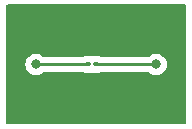
<source format=gbr>
%TF.GenerationSoftware,KiCad,Pcbnew,7.0.7-7.0.7~ubuntu22.04.1*%
%TF.CreationDate,2023-09-27T08:53:52+00:00*%
%TF.ProjectId,sample,73616d70-6c65-42e6-9b69-6361645f7063,rev?*%
%TF.SameCoordinates,Original*%
%TF.FileFunction,Copper,L1,Top*%
%TF.FilePolarity,Positive*%
%FSLAX46Y46*%
G04 Gerber Fmt 4.6, Leading zero omitted, Abs format (unit mm)*
G04 Created by KiCad (PCBNEW 7.0.7-7.0.7~ubuntu22.04.1) date 2023-09-27 08:53:52*
%MOMM*%
%LPD*%
G01*
G04 APERTURE LIST*
G04 Aperture macros list*
%AMRoundRect*
0 Rectangle with rounded corners*
0 $1 Rounding radius*
0 $2 $3 $4 $5 $6 $7 $8 $9 X,Y pos of 4 corners*
0 Add a 4 corners polygon primitive as box body*
4,1,4,$2,$3,$4,$5,$6,$7,$8,$9,$2,$3,0*
0 Add four circle primitives for the rounded corners*
1,1,$1+$1,$2,$3*
1,1,$1+$1,$4,$5*
1,1,$1+$1,$6,$7*
1,1,$1+$1,$8,$9*
0 Add four rect primitives between the rounded corners*
20,1,$1+$1,$2,$3,$4,$5,0*
20,1,$1+$1,$4,$5,$6,$7,0*
20,1,$1+$1,$6,$7,$8,$9,0*
20,1,$1+$1,$8,$9,$2,$3,0*%
G04 Aperture macros list end*
%TA.AperFunction,SMDPad,CuDef*%
%ADD10RoundRect,0.100000X-0.130000X-0.100000X0.130000X-0.100000X0.130000X0.100000X-0.130000X0.100000X0*%
%TD*%
%TA.AperFunction,ViaPad*%
%ADD11C,0.800000*%
%TD*%
%TA.AperFunction,Conductor*%
%ADD12C,0.250000*%
%TD*%
G04 APERTURE END LIST*
D10*
%TO.P,R1,1*%
%TO.N,Net-(R1-Pad1)*%
X22195000Y-20320000D03*
%TO.P,R1,2*%
X22835000Y-20320000D03*
%TD*%
D11*
%TO.N,Net-(R1-Pad1)*%
X27940000Y-20320000D03*
X17780000Y-20320000D03*
%TD*%
D12*
%TO.N,Net-(R1-Pad1)*%
X22835000Y-20320000D02*
X27940000Y-20320000D01*
X22195000Y-20320000D02*
X17780000Y-20320000D01*
%TD*%
%TA.AperFunction,NonConductor*%
G36*
X30422539Y-15260185D02*
G01*
X30468294Y-15312989D01*
X30479500Y-15364500D01*
X30479500Y-25275500D01*
X30459815Y-25342539D01*
X30407011Y-25388294D01*
X30355500Y-25399500D01*
X15364500Y-25399500D01*
X15297461Y-25379815D01*
X15251706Y-25327011D01*
X15240500Y-25275500D01*
X15240500Y-20320000D01*
X16874540Y-20320000D01*
X16894326Y-20508256D01*
X16894327Y-20508259D01*
X16952818Y-20688277D01*
X16952821Y-20688284D01*
X17047467Y-20852216D01*
X17149185Y-20965185D01*
X17174129Y-20992888D01*
X17327265Y-21104148D01*
X17327270Y-21104151D01*
X17500192Y-21181142D01*
X17500197Y-21181144D01*
X17685354Y-21220500D01*
X17685355Y-21220500D01*
X17874644Y-21220500D01*
X17874646Y-21220500D01*
X18059803Y-21181144D01*
X18232730Y-21104151D01*
X18385871Y-20992888D01*
X18388788Y-20989647D01*
X18391600Y-20986526D01*
X18451087Y-20949879D01*
X18483748Y-20945500D01*
X21739821Y-20945500D01*
X21787273Y-20954938D01*
X21908238Y-21005044D01*
X22025639Y-21020500D01*
X22364360Y-21020499D01*
X22364361Y-21020499D01*
X22381131Y-21018291D01*
X22481762Y-21005044D01*
X22481772Y-21005039D01*
X22482897Y-21004739D01*
X22484078Y-21004739D01*
X22489821Y-21003983D01*
X22489921Y-21004739D01*
X22540080Y-21004739D01*
X22540180Y-21003983D01*
X22545922Y-21004739D01*
X22547103Y-21004739D01*
X22548230Y-21005040D01*
X22548238Y-21005044D01*
X22665639Y-21020500D01*
X23004360Y-21020499D01*
X23004363Y-21020499D01*
X23121753Y-21005046D01*
X23121757Y-21005044D01*
X23121762Y-21005044D01*
X23242726Y-20954938D01*
X23290179Y-20945500D01*
X27236252Y-20945500D01*
X27303291Y-20965185D01*
X27328400Y-20986526D01*
X27334126Y-20992885D01*
X27334130Y-20992889D01*
X27487265Y-21104148D01*
X27487270Y-21104151D01*
X27660192Y-21181142D01*
X27660197Y-21181144D01*
X27845354Y-21220500D01*
X27845355Y-21220500D01*
X28034644Y-21220500D01*
X28034646Y-21220500D01*
X28219803Y-21181144D01*
X28392730Y-21104151D01*
X28545871Y-20992888D01*
X28672533Y-20852216D01*
X28767179Y-20688284D01*
X28825674Y-20508256D01*
X28845460Y-20320000D01*
X28825674Y-20131744D01*
X28767179Y-19951716D01*
X28672533Y-19787784D01*
X28545871Y-19647112D01*
X28545870Y-19647111D01*
X28392734Y-19535851D01*
X28392729Y-19535848D01*
X28219807Y-19458857D01*
X28219802Y-19458855D01*
X28074000Y-19427865D01*
X28034646Y-19419500D01*
X27845354Y-19419500D01*
X27812897Y-19426398D01*
X27660197Y-19458855D01*
X27660192Y-19458857D01*
X27487270Y-19535848D01*
X27487265Y-19535851D01*
X27334130Y-19647110D01*
X27334126Y-19647114D01*
X27328400Y-19653474D01*
X27268913Y-19690121D01*
X27236252Y-19694500D01*
X23290179Y-19694500D01*
X23242726Y-19685061D01*
X23121762Y-19634956D01*
X23121760Y-19634955D01*
X23004361Y-19619500D01*
X22665636Y-19619500D01*
X22548234Y-19634955D01*
X22547083Y-19635264D01*
X22545891Y-19635264D01*
X22540179Y-19636016D01*
X22540080Y-19635264D01*
X22489919Y-19635264D01*
X22489820Y-19636017D01*
X22484107Y-19635264D01*
X22482917Y-19635265D01*
X22481765Y-19634956D01*
X22364361Y-19619500D01*
X22025636Y-19619500D01*
X21908246Y-19634953D01*
X21908237Y-19634956D01*
X21787274Y-19685061D01*
X21739821Y-19694500D01*
X18483748Y-19694500D01*
X18416709Y-19674815D01*
X18391600Y-19653474D01*
X18385873Y-19647114D01*
X18385869Y-19647110D01*
X18232734Y-19535851D01*
X18232729Y-19535848D01*
X18059807Y-19458857D01*
X18059802Y-19458855D01*
X17914000Y-19427865D01*
X17874646Y-19419500D01*
X17685354Y-19419500D01*
X17652897Y-19426398D01*
X17500197Y-19458855D01*
X17500192Y-19458857D01*
X17327270Y-19535848D01*
X17327265Y-19535851D01*
X17174129Y-19647111D01*
X17047466Y-19787785D01*
X16952821Y-19951715D01*
X16952818Y-19951722D01*
X16894327Y-20131740D01*
X16894326Y-20131744D01*
X16874540Y-20320000D01*
X15240500Y-20320000D01*
X15240500Y-15364500D01*
X15260185Y-15297461D01*
X15312989Y-15251706D01*
X15364500Y-15240500D01*
X30355500Y-15240500D01*
X30422539Y-15260185D01*
G37*
%TD.AperFunction*%
M02*

</source>
